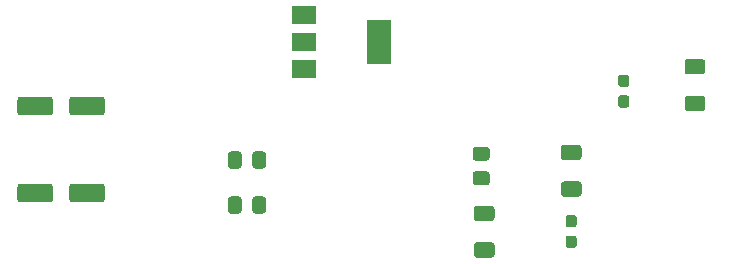
<source format=gbr>
%TF.GenerationSoftware,KiCad,Pcbnew,(5.1.12)-1*%
%TF.CreationDate,2022-02-14T10:56:51+02:00*%
%TF.ProjectId,ATMEGA32A_PU_V1,41544d45-4741-4333-9241-5f50555f5631,V01*%
%TF.SameCoordinates,Original*%
%TF.FileFunction,Paste,Top*%
%TF.FilePolarity,Positive*%
%FSLAX46Y46*%
G04 Gerber Fmt 4.6, Leading zero omitted, Abs format (unit mm)*
G04 Created by KiCad (PCBNEW (5.1.12)-1) date 2022-02-14 10:56:51*
%MOMM*%
%LPD*%
G01*
G04 APERTURE LIST*
%ADD10R,2.000000X3.800000*%
%ADD11R,2.000000X1.500000*%
G04 APERTURE END LIST*
%TO.C,C1*%
G36*
G01*
X134751500Y-73627000D02*
X134751500Y-72677000D01*
G75*
G02*
X135001500Y-72427000I250000J0D01*
G01*
X135676500Y-72427000D01*
G75*
G02*
X135926500Y-72677000I0J-250000D01*
G01*
X135926500Y-73627000D01*
G75*
G02*
X135676500Y-73877000I-250000J0D01*
G01*
X135001500Y-73877000D01*
G75*
G02*
X134751500Y-73627000I0J250000D01*
G01*
G37*
G36*
G01*
X136826500Y-73627000D02*
X136826500Y-72677000D01*
G75*
G02*
X137076500Y-72427000I250000J0D01*
G01*
X137751500Y-72427000D01*
G75*
G02*
X138001500Y-72677000I0J-250000D01*
G01*
X138001500Y-73627000D01*
G75*
G02*
X137751500Y-73877000I-250000J0D01*
G01*
X137076500Y-73877000D01*
G75*
G02*
X136826500Y-73627000I0J250000D01*
G01*
G37*
%TD*%
%TO.C,C2*%
G36*
G01*
X136826500Y-69817000D02*
X136826500Y-68867000D01*
G75*
G02*
X137076500Y-68617000I250000J0D01*
G01*
X137751500Y-68617000D01*
G75*
G02*
X138001500Y-68867000I0J-250000D01*
G01*
X138001500Y-69817000D01*
G75*
G02*
X137751500Y-70067000I-250000J0D01*
G01*
X137076500Y-70067000D01*
G75*
G02*
X136826500Y-69817000I0J250000D01*
G01*
G37*
G36*
G01*
X134751500Y-69817000D02*
X134751500Y-68867000D01*
G75*
G02*
X135001500Y-68617000I250000J0D01*
G01*
X135676500Y-68617000D01*
G75*
G02*
X135926500Y-68867000I0J-250000D01*
G01*
X135926500Y-69817000D01*
G75*
G02*
X135676500Y-70067000I-250000J0D01*
G01*
X135001500Y-70067000D01*
G75*
G02*
X134751500Y-69817000I0J250000D01*
G01*
G37*
%TD*%
%TO.C,C3*%
G36*
G01*
X156685000Y-71475000D02*
X155735000Y-71475000D01*
G75*
G02*
X155485000Y-71225000I0J250000D01*
G01*
X155485000Y-70550000D01*
G75*
G02*
X155735000Y-70300000I250000J0D01*
G01*
X156685000Y-70300000D01*
G75*
G02*
X156935000Y-70550000I0J-250000D01*
G01*
X156935000Y-71225000D01*
G75*
G02*
X156685000Y-71475000I-250000J0D01*
G01*
G37*
G36*
G01*
X156685000Y-69400000D02*
X155735000Y-69400000D01*
G75*
G02*
X155485000Y-69150000I0J250000D01*
G01*
X155485000Y-68475000D01*
G75*
G02*
X155735000Y-68225000I250000J0D01*
G01*
X156685000Y-68225000D01*
G75*
G02*
X156935000Y-68475000I0J-250000D01*
G01*
X156935000Y-69150000D01*
G75*
G02*
X156685000Y-69400000I-250000J0D01*
G01*
G37*
%TD*%
%TO.C,C4*%
G36*
G01*
X121350000Y-65320000D02*
X121350000Y-64220000D01*
G75*
G02*
X121600000Y-63970000I250000J0D01*
G01*
X124100000Y-63970000D01*
G75*
G02*
X124350000Y-64220000I0J-250000D01*
G01*
X124350000Y-65320000D01*
G75*
G02*
X124100000Y-65570000I-250000J0D01*
G01*
X121600000Y-65570000D01*
G75*
G02*
X121350000Y-65320000I0J250000D01*
G01*
G37*
G36*
G01*
X116950000Y-65320000D02*
X116950000Y-64220000D01*
G75*
G02*
X117200000Y-63970000I250000J0D01*
G01*
X119700000Y-63970000D01*
G75*
G02*
X119950000Y-64220000I0J-250000D01*
G01*
X119950000Y-65320000D01*
G75*
G02*
X119700000Y-65570000I-250000J0D01*
G01*
X117200000Y-65570000D01*
G75*
G02*
X116950000Y-65320000I0J250000D01*
G01*
G37*
%TD*%
%TO.C,C5*%
G36*
G01*
X116950000Y-72686000D02*
X116950000Y-71586000D01*
G75*
G02*
X117200000Y-71336000I250000J0D01*
G01*
X119700000Y-71336000D01*
G75*
G02*
X119950000Y-71586000I0J-250000D01*
G01*
X119950000Y-72686000D01*
G75*
G02*
X119700000Y-72936000I-250000J0D01*
G01*
X117200000Y-72936000D01*
G75*
G02*
X116950000Y-72686000I0J250000D01*
G01*
G37*
G36*
G01*
X121350000Y-72686000D02*
X121350000Y-71586000D01*
G75*
G02*
X121600000Y-71336000I250000J0D01*
G01*
X124100000Y-71336000D01*
G75*
G02*
X124350000Y-71586000I0J-250000D01*
G01*
X124350000Y-72686000D01*
G75*
G02*
X124100000Y-72936000I-250000J0D01*
G01*
X121600000Y-72936000D01*
G75*
G02*
X121350000Y-72686000I0J250000D01*
G01*
G37*
%TD*%
%TO.C,D1*%
G36*
G01*
X163592500Y-73988500D02*
X164067500Y-73988500D01*
G75*
G02*
X164305000Y-74226000I0J-237500D01*
G01*
X164305000Y-74801000D01*
G75*
G02*
X164067500Y-75038500I-237500J0D01*
G01*
X163592500Y-75038500D01*
G75*
G02*
X163355000Y-74801000I0J237500D01*
G01*
X163355000Y-74226000D01*
G75*
G02*
X163592500Y-73988500I237500J0D01*
G01*
G37*
G36*
G01*
X163592500Y-75738500D02*
X164067500Y-75738500D01*
G75*
G02*
X164305000Y-75976000I0J-237500D01*
G01*
X164305000Y-76551000D01*
G75*
G02*
X164067500Y-76788500I-237500J0D01*
G01*
X163592500Y-76788500D01*
G75*
G02*
X163355000Y-76551000I0J237500D01*
G01*
X163355000Y-75976000D01*
G75*
G02*
X163592500Y-75738500I237500J0D01*
G01*
G37*
%TD*%
%TO.C,R1*%
G36*
G01*
X155839000Y-76312000D02*
X157089000Y-76312000D01*
G75*
G02*
X157339000Y-76562000I0J-250000D01*
G01*
X157339000Y-77362000D01*
G75*
G02*
X157089000Y-77612000I-250000J0D01*
G01*
X155839000Y-77612000D01*
G75*
G02*
X155589000Y-77362000I0J250000D01*
G01*
X155589000Y-76562000D01*
G75*
G02*
X155839000Y-76312000I250000J0D01*
G01*
G37*
G36*
G01*
X155839000Y-73212000D02*
X157089000Y-73212000D01*
G75*
G02*
X157339000Y-73462000I0J-250000D01*
G01*
X157339000Y-74262000D01*
G75*
G02*
X157089000Y-74512000I-250000J0D01*
G01*
X155839000Y-74512000D01*
G75*
G02*
X155589000Y-74262000I0J250000D01*
G01*
X155589000Y-73462000D01*
G75*
G02*
X155839000Y-73212000I250000J0D01*
G01*
G37*
%TD*%
%TO.C,R2*%
G36*
G01*
X163205000Y-68057000D02*
X164455000Y-68057000D01*
G75*
G02*
X164705000Y-68307000I0J-250000D01*
G01*
X164705000Y-69107000D01*
G75*
G02*
X164455000Y-69357000I-250000J0D01*
G01*
X163205000Y-69357000D01*
G75*
G02*
X162955000Y-69107000I0J250000D01*
G01*
X162955000Y-68307000D01*
G75*
G02*
X163205000Y-68057000I250000J0D01*
G01*
G37*
G36*
G01*
X163205000Y-71157000D02*
X164455000Y-71157000D01*
G75*
G02*
X164705000Y-71407000I0J-250000D01*
G01*
X164705000Y-72207000D01*
G75*
G02*
X164455000Y-72457000I-250000J0D01*
G01*
X163205000Y-72457000D01*
G75*
G02*
X162955000Y-72207000I0J250000D01*
G01*
X162955000Y-71407000D01*
G75*
G02*
X163205000Y-71157000I250000J0D01*
G01*
G37*
%TD*%
D10*
%TO.C,U2*%
X147549000Y-59372500D03*
D11*
X141249000Y-59372500D03*
X141249000Y-61672500D03*
X141249000Y-57072500D03*
%TD*%
%TO.C,D2*%
G36*
G01*
X168512500Y-64914000D02*
X168037500Y-64914000D01*
G75*
G02*
X167800000Y-64676500I0J237500D01*
G01*
X167800000Y-64101500D01*
G75*
G02*
X168037500Y-63864000I237500J0D01*
G01*
X168512500Y-63864000D01*
G75*
G02*
X168750000Y-64101500I0J-237500D01*
G01*
X168750000Y-64676500D01*
G75*
G02*
X168512500Y-64914000I-237500J0D01*
G01*
G37*
G36*
G01*
X168512500Y-63164000D02*
X168037500Y-63164000D01*
G75*
G02*
X167800000Y-62926500I0J237500D01*
G01*
X167800000Y-62351500D01*
G75*
G02*
X168037500Y-62114000I237500J0D01*
G01*
X168512500Y-62114000D01*
G75*
G02*
X168750000Y-62351500I0J-237500D01*
G01*
X168750000Y-62926500D01*
G75*
G02*
X168512500Y-63164000I-237500J0D01*
G01*
G37*
%TD*%
%TO.C,R3*%
G36*
G01*
X174932500Y-65192000D02*
X173682500Y-65192000D01*
G75*
G02*
X173432500Y-64942000I0J250000D01*
G01*
X173432500Y-64142000D01*
G75*
G02*
X173682500Y-63892000I250000J0D01*
G01*
X174932500Y-63892000D01*
G75*
G02*
X175182500Y-64142000I0J-250000D01*
G01*
X175182500Y-64942000D01*
G75*
G02*
X174932500Y-65192000I-250000J0D01*
G01*
G37*
G36*
G01*
X174932500Y-62092000D02*
X173682500Y-62092000D01*
G75*
G02*
X173432500Y-61842000I0J250000D01*
G01*
X173432500Y-61042000D01*
G75*
G02*
X173682500Y-60792000I250000J0D01*
G01*
X174932500Y-60792000D01*
G75*
G02*
X175182500Y-61042000I0J-250000D01*
G01*
X175182500Y-61842000D01*
G75*
G02*
X174932500Y-62092000I-250000J0D01*
G01*
G37*
%TD*%
M02*

</source>
